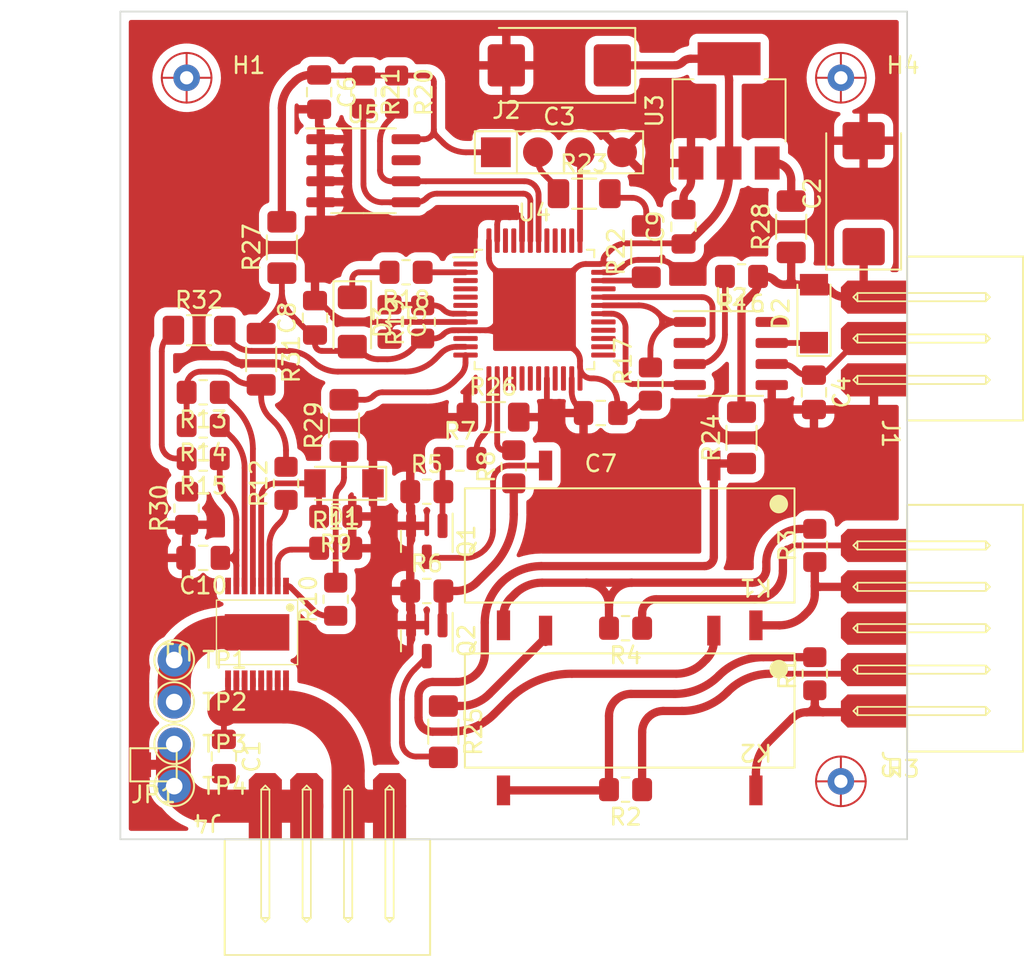
<source format=kicad_pcb>
(kicad_pcb (version 20211014) (generator pcbnew)
  (layers (0 "F.Cu" signal) (31 "B.Cu" signal) (34 "B.Paste" user) (35 "F.Paste" user) (36 "B.SilkS" user "B.Silkscreen") (37 "F.SilkS" user "F.Silkscreen") (38 "B.Mask" user) (39 "F.Mask" user) (44 "Edge.Cuts" user))
  (net 0 "")
  (net 1 "/Heater")
  (net 2 "GND")
  (net 3 "+12V")
  (net 4 "+3V3")
  (net 5 "/LIN1")
  (net 6 "/RESET")
  (net 7 "Net-(D1-Pad2)")
  (net 8 "Net-(D2-Pad1)")
  (net 9 "Net-(D3-Pad1)")
  (net 10 "/SWDIO")
  (net 11 "/SWDCLK")
  (net 12 "/BLI_2")
  (net 13 "/BLI_4")
  (net 15 "/GRA_5")
  (net 16 "/GRA_6")
  (net 17 "Net-(K1-Pad6)")
  (net 18 "Net-(K1-Pad8)")
  (net 19 "Net-(K2-Pad6)")
  (net 20 "Net-(K2-Pad8)")
  (net 21 "Net-(Q1-Pad1)")
  (net 22 "Net-(Q2-Pad1)")
  (net 23 "/Assist_MCU")
  (net 24 "/Cruise_MCU")
  (net 25 "Net-(R10-Pad1)")
  (net 26 "/Heater_MCU")
  (net 27 "Net-(R11-Pad1)")
  (net 28 "Net-(R12-Pad1)")
  (net 29 "Net-(R13-Pad1)")
  (net 30 "Net-(R14-Pad1)")
  (net 31 "Net-(C10-Pad1)")
  (net 32 "Net-(R16-Pad2)")
  (net 33 "/RX1")
  (net 34 "/LED")
  (net 35 "/SCL")
  (net 36 "/SDA")
  (net 38 "/SLP1")
  (net 39 "/TX1")
  (net 67 "Earth")
  (net 68 "/Heater_Power")
  (net 69 "Net-(Q2-Pad3)")
  (net 70 "/ADC")
  (footprint "Capacitor_SMD:C_0805_2012Metric_Pad1.18x1.45mm_HandSolder" (layer "F.Cu") (at 5 33 180)
    (fp_text reference "C10")
    (fp_text value "0.1u")
  )
  (footprint "my_modules:Hole 3 mm" (layer "F.Cu") (at 43.5 4)
    (fp_text reference "H4")
    (fp_text value "Hole")
  )
  (footprint "JST-XH-2.54:B4B-AM" (layer "F.Cu") (at 12.5 50 180)
    (fp_text reference "J4")
    (fp_text value "Conn_01x04")
  )
  (footprint "Diode_SMD:D_MiniMELF" (layer "F.Cu") (at 41.875 18.25 90)
    (fp_text reference "D2")
    (fp_text value "LL4148")
  )
  (footprint "Resistor_SMD:R_1206_3216Metric_Pad1.30x1.75mm_HandSolder" (layer "F.Cu") (at 31.75 14.5 90)
    (fp_text reference "R22")
    (fp_text value "0")
  )
  (footprint "Resistor_SMD:R_1206_3216Metric_Pad1.30x1.75mm_HandSolder" (layer "F.Cu") (at 4.75 19.25)
    (fp_text reference "R32")
    (fp_text value "0")
  )
  (footprint "Resistor_SMD:R_0805_2012Metric_Pad1.20x1.40mm_HandSolder" (layer "F.Cu") (at 18.25 18.75 90)
    (fp_text reference "R19")
    (fp_text value "10k")
  )
  (footprint "Resistor_SMD:R_0805_2012Metric_Pad1.20x1.40mm_HandSolder" (layer "F.Cu") (at 41.926 40 90)
    (fp_text reference "R1")
    (fp_text value "680")
  )
  (footprint "Resistor_SMD:R_1206_3216Metric_Pad1.30x1.75mm_HandSolder" (layer "F.Cu") (at 37.5 25.75 90)
    (fp_text reference "R24")
    (fp_text value "0")
  )
  (footprint "Package_TO_SOT_SMD:SOT-23" (layer "F.Cu") (at 18.5 38 -90)
    (fp_text reference "Q2")
    (fp_text value "BC847")
  )
  (footprint "Capacitor_SMD:C_0805_2012Metric_Pad1.18x1.45mm_HandSolder" (layer "F.Cu") (at 12 4.865 -90)
    (fp_text reference "C6")
    (fp_text value "100n")
  )
  (footprint "Resistor_SMD:R_1206_3216Metric_Pad1.30x1.75mm_HandSolder" (layer "F.Cu") (at 8.5 21 -90)
    (fp_text reference "R31")
    (fp_text value "0")
  )
  (footprint "my_modules:SMD_SWD_Connector" (layer "F.Cu") (at 22.67 8.5)
    (fp_text reference "J2")
    (fp_text value "Conn_01x04")
  )
  (footprint "Resistor_SMD:R_0805_2012Metric_Pad1.20x1.40mm_HandSolder" (layer "F.Cu") (at 13 35.5 90)
    (fp_text reference "R10")
    (fp_text value "15k")
  )
  (footprint "Resistor_SMD:R_1206_3216Metric_Pad1.30x1.75mm_HandSolder" (layer "F.Cu") (at 19.5 43.5 -90)
    (fp_text reference "R25")
    (fp_text value "0")
  )
  (footprint "Capacitor_SMD:C_0805_2012Metric_Pad1.18x1.45mm_HandSolder" (layer "F.Cu") (at 34 13 90)
    (fp_text reference "C9")
    (fp_text value "100n")
  )
  (footprint "Capacitor_SMD:C_0805_2012Metric_Pad1.18x1.45mm_HandSolder" (layer "F.Cu") (at 41.875 23 -90)
    (fp_text reference "C4")
    (fp_text value "1n")
  )
  (footprint "TestPoint:TestPoint_THTPad_D2.0mm_Drill1.0mm" (layer "F.Cu") (at 3.25 41.71)
    (fp_text reference "TP2")
    (fp_text value "Heat_PW")
  )
  (footprint "JST-XH-2.54:B5B-AM" (layer "F.Cu") (at 47.5 37.25 -90)
    (fp_text reference "J3")
    (fp_text value "J527 SW")
  )
  (footprint "LED_SMD:LED_1206_3216Metric_Pad1.42x1.75mm_HandSolder" (layer "F.Cu") (at 14 18.75 -90)
    (fp_text reference "D3")
    (fp_text value "LED")
  )
  (footprint "Resistor_SMD:R_0805_2012Metric_Pad1.20x1.40mm_HandSolder" (layer "F.Cu") (at 23.75 27.5 90)
    (fp_text reference "R8")
    (fp_text value "1k")
  )
  (footprint "Resistor_SMD:R_0805_2012Metric_Pad1.20x1.40mm_HandSolder" (layer "F.Cu") (at 32 22.5 90)
    (fp_text reference "R17")
    (fp_text value "10k")
  )
  (footprint "Resistor_SMD:R_1206_3216Metric_Pad1.30x1.75mm_HandSolder" (layer "F.Cu") (at 13.5 25 90)
    (fp_text reference "R29")
    (fp_text value "0")
  )
  (footprint "Resistor_SMD:R_0805_2012Metric_Pad1.20x1.40mm_HandSolder" (layer "F.Cu") (at 5 23 180)
    (fp_text reference "R13")
    (fp_text value "15k")
  )
  (footprint "Resistor_SMD:R_0805_2012Metric_Pad1.20x1.40mm_HandSolder" (layer "F.Cu") (at 30.5 37.25 180)
    (fp_text reference "R4")
    (fp_text value "390")
  )
  (footprint "Package_TO_SOT_SMD:SOT-23" (layer "F.Cu") (at 18.5 32 -90)
    (fp_text reference "Q1")
    (fp_text value "BC847")
  )
  (footprint "my_modules:EDR3H1A1200Z" (layer "F.Cu") (at 30.75 32.25 180)
    (fp_text reference "K1")
    (fp_text value "EDR3H1A1200Z")
  )
  (footprint "Resistor_SMD:R_0805_2012Metric_Pad1.20x1.40mm_HandSolder" (layer "F.Cu") (at 10 28.5 90)
    (fp_text reference "R12")
    (fp_text value "15k")
  )
  (footprint "my_modules:PowerSSO-16" (layer "F.Cu") (at 8.25 37.5 180)
    (fp_text reference "U1")
    (fp_text value "VN7010AJ")
  )
  (footprint "my_modules:Hole 3 mm" (layer "F.Cu") (at 4 4)
    (fp_text reference "H1")
    (fp_text value "Hole")
  )
  (footprint "Resistor_SMD:R_1206_3216Metric_Pad1.30x1.75mm_HandSolder" (layer "F.Cu") (at 28 11)
    (fp_text reference "R23")
    (fp_text value "0")
  )
  (footprint "Resistor_SMD:R_0805_2012Metric_Pad1.20x1.40mm_HandSolder" (layer "F.Cu") (at 14.675 4.865 -90)
    (fp_text reference "R21")
    (fp_text value "4k7")
  )
  (footprint "Resistor_SMD:R_0805_2012Metric_Pad1.20x1.40mm_HandSolder" (layer "F.Cu") (at 41.926 32.25 90)
    (fp_text reference "R3")
    (fp_text value "390")
  )
  (footprint "Resistor_SMD:R_0805_2012Metric_Pad1.20x1.40mm_HandSolder" (layer "F.Cu") (at 37.5 16 180)
    (fp_text reference "R16")
    (fp_text value "10k")
  )
  (footprint "Capacitor_Tantalum_SMD:CP_EIA-7343-31_Kemet-D_Pad2.25x2.55mm_HandSolder" (layer "F.Cu") (at 26.5 3.25 180)
    (fp_text reference "C3")
    (fp_text value "100u 10V")
  )
  (footprint "Capacitor_SMD:C_0805_2012Metric_Pad1.18x1.45mm_HandSolder" (layer "F.Cu") (at 6.25 45 -90)
    (fp_text reference "C1")
    (fp_text value "0.1u")
  )
  (footprint "Resistor_SMD:R_0805_2012Metric_Pad1.20x1.40mm_HandSolder" (layer "F.Cu") (at 20.5 27)
    (fp_text reference "R7")
    (fp_text value "1k")
  )
  (footprint "TestPoint:TestPoint_THTPad_D2.0mm_Drill1.0mm" (layer "F.Cu") (at 3.25 44.25)
    (fp_text reference "TP3")
    (fp_text value "GND")
  )
  (footprint "my_modules:Hole 3 mm" (layer "F.Cu") (at 43.5 46.5)
    (fp_text reference "H3")
    (fp_text value "Hole")
  )
  (footprint "Resistor_SMD:R_0805_2012Metric_Pad1.20x1.40mm_HandSolder" (layer "F.Cu") (at 4 30 90)
    (fp_text reference "R30")
    (fp_text value "100k")
  )
  (footprint "Resistor_SMD:R_0805_2012Metric_Pad1.20x1.40mm_HandSolder" (layer "F.Cu") (at 30.5 47 180)
    (fp_text reference "R2")
    (fp_text value "100")
  )
  (footprint "Resistor_SMD:R_0805_2012Metric_Pad1.20x1.40mm_HandSolder" (layer "F.Cu") (at 17.25 15.75 180)
    (fp_text reference "R18")
    (fp_text value "510")
  )
  (footprint "Package_QFP:LQFP-48_7x7mm_P0.5mm" (layer "F.Cu") (at 25 18)
    (fp_text reference "U4")
    (fp_text value "STM32F103C8Tx")
  )
  (footprint "TestPoint:TestPoint_THTPad_D2.0mm_Drill1.0mm" (layer "F.Cu") (at 3.25 46.79)
    (fp_text reference "TP4")
    (fp_text value "GND")
  )
  (footprint "Resistor_SMD:R_0805_2012Metric_Pad1.20x1.40mm_HandSolder" (layer "F.Cu") (at 18.5 29)
    (fp_text reference "R5")
    (fp_text value "10k")
  )
  (footprint "Capacitor_Tantalum_SMD:CP_EIA-7343-31_Kemet-D_Pad2.25x2.55mm_HandSolder" (layer "F.Cu") (at 44.875 11 90)
    (fp_text reference "C2")
    (fp_text value "10u 35V")
  )
  (footprint "Resistor_SMD:R_0805_2012Metric_Pad1.20x1.40mm_HandSolder" (layer "F.Cu") (at 16.675 4.865 -90)
    (fp_text reference "R20")
    (fp_text value "4k7")
  )
  (footprint "Package_SO:SO-8_3.9x4.9mm_P1.27mm" (layer "F.Cu") (at 14.675 9.615)
    (fp_text reference "U5")
    (fp_text value "FM24CL16")
  )
  (footprint "my_modules:EDR3H1A1200Z" (layer "F.Cu") (at 30.75 42.22 180)
    (fp_text reference "K2")
    (fp_text value "EDR3H1A1200Z")
  )
  (footprint "JST-XH-2.54:B3B-AM" (layer "F.Cu") (at 47.5 19.75 -90)
    (fp_text reference "J1")
    (fp_text value "LIN1")
  )
  (footprint "Resistor_SMD:R_1206_3216Metric_Pad1.30x1.75mm_HandSolder" (layer "F.Cu") (at 22.5 24.5)
    (fp_text reference "R26")
    (fp_text value "0")
  )
  (footprint "Jumper:SolderJumper-2_P1.3mm_Bridged_Pad1.0x1.5mm" (layer "F.Cu") (at 2 45.5 180)
    (fp_text reference "JP1")
    (fp_text value "SolderJumper_2_Bridged")
  )
  (footprint "Package_SO:SOIC-8_3.9x4.9mm_P1.27mm" (layer "F.Cu") (at 36.85 20.655)
    (fp_text reference "U2")
    (fp_text value "TJA1021T")
  )
  (footprint "Diode_SMD:D_MiniMELF" (layer "F.Cu") (at 13.5 28.5 180)
    (fp_text reference "D1")
    (fp_text value "LL4148")
  )
  (footprint "Resistor_SMD:R_1206_3216Metric_Pad1.30x1.75mm_HandSolder" (layer "F.Cu") (at 40.5 13 90)
    (fp_text reference "R28")
    (fp_text value "0")
  )
  (footprint "Resistor_SMD:R_0805_2012Metric_Pad1.20x1.40mm_HandSolder" (layer "F.Cu") (at 13 30.5 180)
    (fp_text reference "R9")
    (fp_text value "4k7")
  )
  (footprint "Resistor_SMD:R_0805_2012Metric_Pad1.20x1.40mm_HandSolder" (layer "F.Cu") (at 13 32.42)
    (fp_text reference "R11")
    (fp_text value "15k")
  )
  (footprint "Capacitor_SMD:C_0805_2012Metric_Pad1.18x1.45mm_HandSolder" (layer "F.Cu") (at 29 24.25 180)
    (fp_text reference "C7")
    (fp_text value "100n")
  )
  (footprint "Capacitor_SMD:C_0805_2012Metric_Pad1.18x1.45mm_HandSolder" (layer "F.Cu") (at 11.75 18.5 90)
    (fp_text reference "C8")
    (fp_text value "100n")
  )
  (footprint "TestPoint:TestPoint_THTPad_D2.0mm_Drill1.0mm" (layer "F.Cu") (at 3.25 39.17)
    (fp_text reference "TP1")
    (fp_text value "Heat_PW")
  )
  (footprint "Package_TO_SOT_SMD:SOT-223-3_TabPin2" (layer "F.Cu") (at 36.75 6 90)
    (fp_text reference "U3")
    (fp_text value "AMS1117-3.3")
  )
  (footprint "Capacitor_SMD:C_0805_2012Metric_Pad1.18x1.45mm_HandSolder" (layer "F.Cu") (at 16.25 18.75 -90)
    (fp_text reference "C5")
    (fp_text value "100n")
  )
  (footprint "Resistor_SMD:R_0805_2012Metric_Pad1.20x1.40mm_HandSolder" (layer "F.Cu") (at 18.5 35)
    (fp_text reference "R6")
    (fp_text value "10k")
  )
  (footprint "Resistor_SMD:R_0805_2012Metric_Pad1.20x1.40mm_HandSolder" (layer "F.Cu") (at 5 27 180)
    (fp_text reference "R15")
    (fp_text value "100k")
  )
  (footprint "Resistor_SMD:R_0805_2012Metric_Pad1.20x1.40mm_HandSolder" (layer "F.Cu") (at 5 25 180)
    (fp_text reference "R14")
    (fp_text value "15k")
  )
  (footprint "Resistor_SMD:R_1206_3216Metric_Pad1.30x1.75mm_HandSolder" (layer "F.Cu") (at 9.75 14.25 90)
    (fp_text reference "R27")
    (fp_text value "0")
  )
  (gr_line (start 47.5 50) (end 47.5 0) (layer "Edge.Cuts") (width 0.1))
  (gr_line (start 0 0) (end 47.5 0) (layer "Edge.Cuts") (width 0.1))
  (gr_line (start 0 50) (end 0 0) (layer "Edge.Cuts") (width 0.1))
  (gr_line (start 47.5 50) (end 0 50) (layer "Edge.Cuts") (width 0.1))
  (segment (start 9.5 40.3) (end 9.5 41.75) (width 0.35) (layer "F.Cu") (net 1))
  (segment (start 8 40.3) (end 8 41.75) (width 0.35) (layer "F.Cu") (net 1))
  (segment (start 7.5 40.3) (end 7.5 41.75) (width 0.35) (layer "F.Cu") (net 1))
  (segment (start 10 40.3) (end 10 41.75) (width 0.35) (layer "F.Cu") (net 1))
  (segment (start 9 40.3) (end 9 41.75) (width 0.35) (layer "F.Cu") (net 1))
  (segment (start 13.75 45.84099) (end 13.75 48) (width 2) (layer "F.Cu") (net 1))
  (segment (start 7 40.3) (end 7 41.75) (width 0.35) (layer "F.Cu") (net 1))
  (segment (start 6.5 41.573223) (end 6.5 40.3) (width 0.35) (layer "F.Cu") (net 1))
  (segment (start 8.5 40.3) (end 8.5 41.75) (width 0.35) (layer "F.Cu") (net 1))
  (segment (start 6.426776 42) (end 9.909009 42) (width 2) (layer "F.Cu") (net 1))
  (segment (start 15 48) (end 16.25 48) (width 2) (layer "F.Cu") (net 1))
  (segment (start 6.25 42.176776) (end 6.25 43.9625) (width 0.35) (layer "F.Cu") (net 1))
  (arc (start 6.426776 42) (mid 6.301776 42.051776) (end 6.25 42.176776) (width 2) (layer "F.Cu") (net 1))
  (arc (start 6.375 41.875) (mid 6.359126 41.954798) (end 6.426776 42) (width 0.35) (layer "F.Cu") (net 1))
  (arc (start 12.625 43.125) (mid 13.457622 44.371106) (end 13.75 45.84099) (width 2) (layer "F.Cu") (net 1))
  (arc (start 6.25 42.176776) (mid 6.282486 42.013456) (end 6.375 41.875) (width 0.35) (layer "F.Cu") (net 1))
  (arc (start 15 48) (mid 14.116116 47.633883) (end 13.75 46.75) (width 2) (layer "F.Cu") (net 1))
  (arc (start 6.5 41.573223) (mid 6.467513 41.736543) (end 6.375 41.875) (width 0.35) (layer "F.Cu") (net 1))
  (arc (start 12.625 43.125) (mid 11.378892 42.292377) (end 9.909009 42) (width 2) (layer "F.Cu") (net 1))
  (segment (start 32.469669 15) (end 31.28033 15) (width 0.35) (layer "F.Cu") (net 2))
  (segment (start 22.75 12.875) (end 22.75 13.8375) (width 0.35) (layer "F.Cu") (net 2))
  (segment (start 7.353553 21.25) (end 9.189339 21.25) (width 0.5) (layer "F.Cu") (net 2))
  (segment (start 12.625 18.125) (end 12 17.5) (width 0.35) (layer "F.Cu") (net 2))
  (segment (start 23.375 12.25) (end 23.823223 12.25) (width 0.35) (layer "F.Cu") (net 2))
  (segment (start 30.2961 15.453899) (end 30.375 15.375) (width 0.35) (layer "F.Cu") (net 2))
  (segment (start 27.25 22.969669) (end 27.25 22.1625) (width 0.35) (layer "F.Cu") (net 2))
  (segment (start 33.375 15.375) (end 33.75 15.75) (width 0.35) (layer "F.Cu") (net 2))
  (segment (start 16.76875 18.75) (end 20.8375 18.75) (width 0.35) (layer "F.Cu") (net 2))
  (segment (start 34 11.318198) (end 34 11.9625) (width 0.5) (layer "F.Cu") (net 2))
  (segment (start 27.625 23.875) (end 28 24.25) (width 0.35) (layer "F.Cu") (net 2))
  (segment (start 11.75 23.81066) (end 11.75 23.875) (width 0.5) (layer "F.Cu") (net 2))
  (segment (start 6.146446 20.75) (end 4.75 20.75) (width 0.5) (layer "F.Cu") (net 2))
  (segment (start 34.45 10.231801) (end 34.45 9.15) (width 0.5) (layer "F.Cu") (net 2))
  (segment (start 29.58125 15.75) (end 29.1625 15.75) (width 0.35) (layer "F.Cu") (net 2))
  (segment (start 14.396446 25) (end 12.875 25) (width 0.5) (layer "F.Cu") (net 2))
  (segment (start 15.73125 18.75) (end 14.133883 18.75) (width 0.35) (layer "F.Cu") (net 2))
  (segment (start 15.25 25.853553) (end 15.25 28.5) (width 0.5) (layer "F.Cu") (net 2))
  (segment (start 16.76875 18.75) (end 15.73125 18.75) (width 0.35) (layer "F.Cu") (net 2))
  (segment (start 24.25 12.676776) (end 24.25 13.8375) (width 0.35) (layer "F.Cu") (net 2))
  (segment (start 16.25 19.26875) (end 16.25 19.7875) (width 0.35) (layer "F.Cu") (net 2))
  (segment (start 25.75 22.1625) (end 25.75 24.5) (width 0.35) (layer "F.Cu") (net 2))
  (arc (start 27.625 23.875) (mid 27.347459 23.45963) (end 27.25 22.969669) (width 0.35) (layer "F.Cu") (net 2))
  (arc (start 12.625 18.125) (mid 13.317281 18.587567) (end 14.133883 18.75) (width 0.35) (layer "F.Cu") (net 2))
  (arc (start 34 11.318198) (mid 34.058475 11.024221) (end 34.225 10.775) (width 0.5) (layer "F.Cu") (net 2))
  (arc (start 14.396446 25) (mid 14.723087 25.064972) (end 15 25.25) (width 0.5) (layer "F.Cu") (net 2))
  (arc (start 11 22) (mid 10.169261 21.444918) (end 9.189339 21.25) (width 0.5) (layer "F.Cu") (net 2))
  (arc (start 30.375 15.375) (mid 30.790368 15.097459) (end 31.28033 15) (width 0.35) (layer "F.Cu") (net 2))
  (arc (start 16.76875 18.75) (mid 16.401938 18.901938) (end 16.25 19.26875) (width 0.35) (layer "F.Cu") (net 2))
  (arc (start 12.875 25) (mid 12.079504 24.670495) (end 11.75 23.875) (width 0.5) (layer "F.Cu") (net 2))
  (arc (start 15.73125 18.75) (mid 16.098061 18.901938) (end 16.25 19.26875) (width 0.35) (layer "F.Cu") (net 2))
  (arc (start 24.125 12.375) (mid 23.986543 12.282486) (end 23.823223 12.25) (width 0.35) (layer "F.Cu") (net 2))
  (arc (start 6.146446 20.75) (mid 6.473087 20.814972) (end 6.75 21) (width 0.5) (layer "F.Cu") (net 2))
  (arc (start 7.353553 21.25) (mid 7.026912 21.185027) (end 6.75 21) (width 0.5) (layer "F.Cu") (net 2))
  (arc (start 24.25 12.676776) (mid 24.217513 12.513456) (end 24.125 12.375) (width 0.35) (layer "F.Cu") (net 2))
  (arc (start 15.25 25.853553) (mid 15.185027 25.526912) (end 15 25.25) (width 0.5) (layer "F.Cu") (net 2))
  (arc (start 30.2961 15.453899) (mid 29.968124 15.673045) (end 29.58125 15.75) (width 0.35) (layer "F.Cu") (net 2))
  (arc (start 11 22) (mid 11.555081 22.830737) (end 11.75 23.81066) (width 0.5) (layer "F.Cu") (net 2))
  (arc (start 22.75 12.875) (mid 22.933058 12.433058) (end 23.375 12.25) (width 0.35) (layer "F.Cu") (net 2))
  (arc (start 34.225 10.775) (mid 34.391524 10.525778) (end 34.45 10.231801) (width 0.5) (layer "F.Cu") (net 2))
  (arc (start 32.469669 15) (mid 32.95963 15.097459) (end 33.375 15.375) (width 0.35) (layer "F.Cu") (net 2))
  (segment (start 37.999999 17.249999) (end 37.749999 17.499999) (width 0.5) (layer "F.Cu") (net 3))
  (segment (start 39.475735 9.15) (end 39.05 9.15) (width 0.5) (layer "F.Cu") (net 3))
  (segment (start 38.896446 16) (end 38.875 16) (width 0.5) (layer "F.Cu") (net 3))
  (segment (start 22.560659 42.439339) (end 23.406207 41.593792) (width 0.5) (layer "F.Cu") (net 3))
  (segment (start 35.164999 39.334999) (end 35.378865 39.121134) (width 0.5) (layer "F.Cu") (net 3))
  (segment (start 42.1875 16.5) (end 41.875 16.5) (width 0.5) (layer "F.Cu") (net 3))
  (segment (start 22 36.914213) (end 22 38.792893) (width 0.5) (layer "F.Cu") (net 3))
  (segment (start 40.5 16.125) (end 40.5 14.55) (width 0.5) (layer "F.Cu") (net 3))
  (segment (start 40.5 10.174264) (end 40.5 11.5) (width 0.5) (layer "F.Cu") (net 3))
  (segment (start 44.875 17.036611) (end 44.875 14.2) (width 0.5) (layer "F.Cu") (net 3))
  (segment (start 35.266654 33.5) (end 25.414213 33.5) (width 0.5) (layer "F.Cu") (net 3))
  (segment (start 37.5 17.926776) (end 37.5 24.2) (width 0.5) (layer "F.Cu") (net 3))
  (segment (start 38.234834 17.015165) (end 37.999999 17.249999) (width 0.5) (layer "F.Cu") (net 3))
  (segment (start 35.775 27.275) (end 35.75 27.25) (width 0.5) (layer "F.Cu") (net 3))
  (segment (start 20 43.5) (end 18.853553 43.5) (width 0.5) (layer "F.Cu") (net 3))
  (segment (start 35.83 32.936654) (end 35.83 27.424) (width 0.5) (layer "F.Cu") (net 3))
  (segment (start 35.835355 27.3) (end 37.5 27.3) (width 0.5) (layer "F.Cu") (net 3))
  (segment (start 18 41.353553) (end 18 42.646446) (width 0.5) (layer "F.Cu") (net 3))
  (segment (start 37.625 17.625) (end 37.749999 17.499999) (width 0.5) (layer "F.Cu") (net 3))
  (segment (start 44.661611 17.25) (end 43.78033 17.25) (width 0.5) (layer "F.Cu") (net 3))
  (segment (start 40.875 16.5) (end 41.75 16.5) (width 0.5) (layer "F.Cu") (net 3))
  (segment (start 27.253963 40) (end 33.559547 40) (width 0.5) (layer "F.Cu") (net 3))
  (segment (start 40.125 16.5) (end 40.103553 16.5) (width 0.5) (layer "F.Cu") (net 3))
  (segment (start 42.72097 16.72097) (end 42.875 16.875) (width 0.5) (layer "F.Cu") (net 3))
  (segment (start 40.125 16.5) (end 40.875 16.5) (width 0.5) (layer "F.Cu") (net 3))
  (segment (start 20.292893 40.5) (end 18.853553 40.5) (width 0.5) (layer "F.Cu") (net 3))
  (segment (start 35.83 38.032) (end 35.83 37.394) (width 0.5) (layer "F.Cu") (net 3))
  (arc (start 39.5 16.25) (mid 39.776912 16.435027) (end 40.103553 16.5) (width 0.5) (layer "F.Cu") (net 3))
  (arc (start 20.292893 40.5) (mid 20.946174 40.370054) (end 21.5 40) (width 0.5) (layer "F.Cu") (net 3))
  (arc (start 40.5 16.125) (mid 40.609834 16.390165) (end 40.875 16.5) (width 0.5) (layer "F.Cu") (net 3))
  (arc (start 22.560659 42.439339) (mid 21.385818 43.224343) (end 20 43.5) (width 0.5) (layer "F.Cu") (net 3))
  (arc (start 42.72097 16.72097) (mid 42.476212 16.557428) (end 42.1875 16.5) (width 0.5) (layer "F.Cu") (net 3))
  (arc (start 27.253963 40) (mid 25.171572 40.414213) (end 23.406207 41.593792) (width 0.5) (layer "F.Cu") (net 3))
  (arc (start 35.83 32.936654) (mid 35.787117 33.152237) (end 35.665 33.335) (width 0.5) (layer "F.Cu") (net 3))
  (arc (start 35.775 27.275) (mid 35.802691 27.293502) (end 35.835355 27.3) (width 0.5) (layer "F.Cu") (net 3))
  (arc (start 35.83 38.032) (mid 35.712753 38.621435) (end 35.378865 39.121134) (width 0.5) (layer "F.Cu") (net 3))
  (arc (start 38.875 16) (mid 38.609834 16.109834) (end 38.5 16.375) (width 0.5) (layer "F.Cu") (net 3))
  (arc (start 37.5 17.926776) (mid 37.532486 17.763456) (end 37.625 17.625) (width 0.5) (layer "F.Cu") (net 3))
  (arc (start 35.266654 33.5) (mid 35.482237 33.457117) (end 35.665 33.335) (width 0.5) (layer "F.Cu") (net 3))
  (arc (start 33.559547 40) (mid 34.428411 39.827171) (end 35.164999 39.334999) (width 0.5) (layer "F.Cu") (net 3))
  (arc (start 40.5 10.174264) (mid 40.422032 9.782295) (end 40.2 9.45) (width 0.5) (layer "F.Cu") (net 3))
  (arc (start 18.853553 40.5) (mid 18.526912 40.564972) (end 18.25 40.75) (width 0.5) (layer "F.Cu") (net 3))
  (arc (start 39.475735 9.15) (mid 39.867704 9.227967) (end 40.2 9.45) (width 0.5) (layer "F.Cu") (net 3))
  (arc (start 44.661611 17.25) (mid 44.743271 17.233756) (end 44.8125 17.1875) (width 0.5) (layer "F.Cu") (net 3))
  (arc (start 42.875 16.875) (mid 43.290368 17.15254) (end 43.78033 17.25) (width 0.5) (layer "F.Cu") (net 3))
  (arc (start 22 36.914213) (mid 22.259891 35.60765) (end 23 34.5) (width 0.5) (layer "F.Cu") (net 3))
  (arc (start 38.896446 16) (mid 39.223087 16.064972) (end 39.5 16.25) (width 0.5) (layer "F.Cu") (net 3))
  (arc (start 21.5 40) (mid 21.870054 39.446174) (end 22 38.792893) (width 0.5) (layer "F.Cu") (net 3))
  (arc (start 38.234834 17.015165) (mid 38.431085 16.721454) (end 38.5 16.375) (width 0.5) (layer "F.Cu") (net 3))
  (arc (start 18.25 43.25) (mid 18.064972 42.973087) (end 18 42.646446) (width 0.5) (layer "F.Cu") (net 3))
  (arc (start 18 41.353553) (mid 18.064972 41.026912) (end 18.25 40.75) (width 0.5) (layer "F.Cu") (net 3))
  (arc (start 44.8125 17.1875) (mid 44.858756 17.118271) (end 44.875 17.036611) (width 0.5) (layer "F.Cu") (net 3))
  (arc (start 25.414213 33.5) (mid 24.10765 33.759891) (end 23 34.5) (width 0.5) (layer "F.Cu") (net 3))
  (arc (start 40.5 16.125) (mid 40.390165 16.390165) (end 40.125 16.5) (width 0.5) (layer "F.Cu") (net 3))
  (arc (start 18.25 43.25) (mid 18.526912 43.435027) (end 18.853553 43.5) (width 0.5) (layer "F.Cu") (net 3))
  (segment (start 18.086611 3.865) (end 17.263388 3.865) (width 0.35) (layer "F.Cu") (net 4))
  (segment (start 12.176776 20.5) (end 14 20.5) (width 0.35) (layer "F.Cu") (net 4))
  (segment (start 29.581249 14.418749) (end 29.30834 14.691659) (width 0.35) (layer "F.Cu") (net 4))
  (segment (start 18.836611 4.026611) (end 18.8 3.99) (width 0.35) (layer "F.Cu") (net 4))
  (segment (start 9.124999 18.374999) (end 8.659099 18.8409) (width 0.35) (layer "F.Cu") (net 4))
  (segment (start 30 23.592201) (end 30 23.875) (width 0.35) (layer "F.Cu") (net 4))
  (segment (start 17.896446 20.103553) (end 17.624999 20.374999) (width 0.35) (layer "F.Cu") (net 4))
  (segment (start 8.5 23.275) (end 8.5 22.55) (width 0.35) (layer "F.Cu") (net 4))
  (segment (start 30.592201 14) (end 33.5 14) (width 0.35) (layer "F.Cu") (net 4))
  (segment (start 18.336048 7.71) (end 17.25 7.71) (width 0.35) (layer "F.Cu") (net 4))
  (segment (start 31.323223 23.676776) (end 31.015164 23.984834) (width 0.35) (layer "F.Cu") (net 4))
  (segment (start 13.2075 3.865) (end 12.8525 3.865) (width 0.35) (layer "F.Cu") (net 4))
  (segment (start 10.541546 4.208453) (end 10.336249 4.413749) (width 0.5) (layer "F.Cu") (net 4))
  (segment (start 9.75 16.866116) (end 9.75 15.8) (width 0.35) (layer "F.Cu") (net 4))
  (segment (start 21.712071 19.25) (end 21.050428 19.25) (width 0.35) (layer "F.Cu") (net 4))
  (segment (start 14.175 3.865) (end 13.885 3.865) (width 0.35) (layer "F.Cu") (net 4))
  (segment (start 22.25 14.896446) (end 22.25 13.8375) (width 0.35) (layer "F.Cu") (net 4))
  (segment (start 4 23) (end 4 22.635723) (width 0.35) (layer "F.Cu") (net 4))
  (segment (start 18.925 7.121048) (end 18.925 4.615) (width 0.35) (layer "F.Cu") (net 4))
  (segment (start 11.46125 3.8275) (end 12 3.8275) (width 0.5) (layer "F.Cu") (net 4))
  (segment (start 23.103553 15.75) (end 26.896446 15.75) (width 0.35) (layer "F.Cu") (net 4))
  (segment (start 24.457106 20.25) (end 26.896446 20.25) (width 0.35) (layer "F.Cu") (net 4))
  (segment (start 18.925 4.365) (end 18.925 4.615) (width 0.35) (layer "F.Cu") (net 4))
  (segment (start 12.8525 3.865) (end 12.675 3.865) (width 0.35) (layer "F.Cu") (net 4))
  (segment (start 14.61875 20.61875) (end 14.321468 20.321468) (width 0.35) (layer "F.Cu") (net 4))
  (segment (start 4 23) (end 4 23.75) (width 0.35) (layer "F.Cu") (net 4))
  (segment (start 11.75 20.073223) (end 11.75 19.5375) (width 0.35) (layer "F.Cu") (net 4))
  (segment (start 7.78033 22.5) (end 8.5 22.5) (width 0.35) (layer "F.Cu") (net 4))
  (segment (start 10 26.5) (end 10 27.5) (width 0.35) (layer "F.Cu") (net 4))
  (segment (start 14.175 3.865) (end 15.1425 3.865) (width 0.35) (layer "F.Cu") (net 4))
  (segment (start 36.75 9.732233) (end 36.75 4.15) (width 0.5) (layer "F.Cu") (net 4))
  (segment (start 15.4975 3.865) (end 15.1425 3.865) (width 0.35) (layer "F.Cu") (net 4))
  (segment (start 10.375 18.375) (end 11.5 19.5) (width 0.35) (layer "F.Cu") (net 4))
  (segment (start 34.432842 2.85) (end 35.45 2.85) (width 0.5) (layer "F.Cu") (net 4))
  (segment (start 18.086611 3.865) (end 18.498223 3.865) (width 0.35) (layer "F.Cu") (net 4))
  (segment (start 15.8525 3.865) (end 15.4975 3.865) (width 0.35) (layer "F.Cu") (net 4))
  (segment (start 20.198651 19.25) (end 20.103553 19.25) (width 0.35) (layer "F.Cu") (net 4))
  (segment (start 14.11875 20.2375) (end 14 20.2375) (width 0.35) (layer "F.Cu") (net 4))
  (segment (start 4 23.75) (end 4 25) (width 0.35) (layer "F.Cu") (net 4))
  (segment (start 13.595 3.865) (end 13.2075 3.865) (width 0.35) (layer "F.Cu") (net 4))
  (segment (start 22.042893 19.25) (end 21.712071 19.25) (width 0.35) (layer "F.Cu") (net 4))
  (segment (start 4.853553 21.75) (end 5.969669 21.75) (width 0.35) (layer "F.Cu") (net 4))
  (segment (start 13.885 3.865) (end 13.595 3.865) (width 0.35) (layer "F.Cu") (net 4))
  (segment (start 18.896446 19.75) (end 18.75 19.75) (width 0.35) (layer "F.Cu") (net 4))
  (segment (start 20.862566 8.5) (end 22.67 8.5) (width 0.35) (layer "F.Cu") (net 4))
  (segment (start 22.75 18.542893) (end 22.75 16.103553) (width 0.35) (layer "F.Cu") (net 4))
  (segment (start 20.388848 19.25) (end 21.050428 19.25) (width 0.35) (layer "F.Cu") (net 4))
  (segment (start 15.8525 3.865) (end 17.263388 3.865) (width 0.35) (layer "F.Cu") (net 4))
  (segment (start 35.5 12.75) (end 34.25 14) (width 0.5) (layer "F.Cu") (net 4))
  (segment (start 4 22.614276) (end 4 22.635723) (width 0.35) (layer "F.Cu") (net 4))
  (segment (start 18.925 4.24) (end 18.925 4.365) (width 0.35) (layer "F.Cu") (net 4))
  (segment (start 27.75 21.45625) (end 27.75 21.103553) (width 0.35) (layer "F.Cu") (net 4))
  (segment (start 28.45625 22.1625) (end 28.570298 22.1625) (width 0.35) (layer "F.Cu") (net 4))
  (segment (start 9.292893 24.792893) (end 9.012652 24.512652) (width 0.35) (layer "F.Cu") (net 4))
  (segment (start 28.95625 15.25) (end 28.103553 15.25) (width 0.35) (layer "F.Cu") (net 4))
  (segment (start 4 22.614276) (end 4 22.603553) (width 0.35) (layer "F.Cu") (net 4))
  (segment (start 15.539168 21) (end 16.116116 21) (width 0.35) (layer "F.Cu") (net 4))
  (segment (start 27.25 19.896446) (end 27.25 16.103553) (width 0.35) (layer "F.Cu") (net 4))
  (segment (start 9.75 5.829082) (end 9.75 12.7) (width 0.5) (layer "F.Cu") (net 4))
  (segment (start 33.467157 3.25) (end 29.5 3.25) (width 0.5) (layer "F.Cu") (net 4))
  (segment (start 8.5 19.225) (end 8.5 19.45) (width 0.35) (layer "F.Cu") (net 4))
  (segment (start 20.388848 19.25) (end 20.198651 19.25) (width 0.35) (layer "F.Cu") (net 4))
  (segment (start 19.4925 7.9325) (end 19.0975 7.5375) (width 0.35) (layer "F.Cu") (net 4))
  (segment (start 31.75 23.5) (end 32 23.5) (width 0.35) (layer "F.Cu") (net 4))
  (arc (start 19.5 19.5) (mid 19.776912 19.314972) (end 20.103553 19.25) (width 0.35) (layer "F.Cu") (net 4))
  (arc (start 15.539168 21) (mid 15.041041 20.900916) (end 14.61875 20.61875) (width 0.35) (layer "F.Cu") (net 4))
  (arc (start 35.5 12.75) (mid 36.425135 11.365436) (end 36.75 9.732233) (width 0.5) (layer "F.Cu") (net 4))
  (arc (start 23.103553 15.75) (mid 22.776912 15.685027) (end 22.5 15.5) (width 0.35) (layer "F.Cu") (net 4))
  (arc (start 23.25 19.75) (mid 22.696174 19.379945) (end 22.042893 19.25) (width 0.35) (layer "F.Cu") (net 4))
  (arc (start 27.75 21.45625) (mid 27.956855 21.955644) (end 28.45625 22.1625) (width 0.35) (layer "F.Cu") (net 4))
  (arc (start 9.75 5.829082) (mid 9.902361 5.063109) (end 10.336249 4.413749) (width 0.5) (layer "F.Cu") (net 4))
  (arc (start 30 23.875) (mid 30.109834 24.140165) (end 30.375 24.25) (width 0.35) (layer "F.Cu") (net 4))
  (arc (start 18.925 7.121048) (mid 18.880168 7.34643) (end 18.7525 7.5375) (width 0.35) (layer "F.Cu") (net 4))
  (arc (start 4.25 22) (mid 4.064972 22.276912) (end 4 22.603553) (width 0.35) (layer "F.Cu") (net 4))
  (arc (start 11.875 20.375) (mid 11.782486 20.236543) (end 11.75 20.073223) (width 0.35) (layer "F.Cu") (net 4))
  (arc (start 16.116116 21) (mid 16.932717 20.837567) (end 17.624999 20.374999) (width 0.35) (layer "F.Cu") (net 4))
  (arc (start 30.592201 14) (mid 30.045078 14.108829) (end 29.581249 14.418749) (width 0.35) (layer "F.Cu") (net 4))
  (arc (start 23.103553 15.75) (mid 22.853553 15.853553) (end 22.75 16.103553) (width 0.35) (layer "F.Cu") (net 4))
  (arc (start 19.4925 7.9325) (mid 20.121091 8.352511) (end 20.862566 8.5) (width 0.35) (layer "F.Cu") (net 4))
  (arc (start 18.7525 7.5375) (mid 18.925 7.466048) (end 19.0975 7.5375) (width 0.35) (layer "F.Cu") (net 4))
  (arc (start 22.75 18.542893) (mid 22.542893 19.042893) (end 22.042893 19.25) (width 0.35) (layer "F.Cu") (net 4))
  (arc (start 27.5 15.5) (mid 27.314972 15.776912) (end 27.25 16.103553) (width 0.35) (layer "F.Cu") (net 4))
  (arc (start 29.30834 14.691659) (mid 29.200402 14.853199) (end 29.1625 15.04375) (width 0.35) (layer "F.Cu") (net 4))
  (arc (start 10.375 18.375) (mid 9.912432 17.682718) (end 9.75 16.866116) (width 0.35) (layer "F.Cu") (net 4))
  (arc (start 28.95625 15.25) (mid 29.10209 15.18959) (end 29.1625 15.04375) (width 0.35) (layer "F.Cu") (net 4))
  (arc (start 27.5 15.5) (mid 27.223087 15.685027) (end 26.896446 15.75) (width 0.35) (layer "F.Cu") (net 4))
  (arc (start 19.5 19.5) (mid 19.223087 19.685027) (end 18.896446 19.75) (width 0.35) (layer "F.Cu") (net 4))
  (arc (start 33.95 3.05) (mid 34.171529 2.901978) (end 34.432842 2.85) (width 0.5) (layer "F.Cu") (net 4))
  (arc (start 36.75 4.15) (mid 36.369238 3.230761) (end 35.45 2.85) (width 0.5) (layer "F.Cu") (net 4))
  (arc (start 22.75 16.103553) (mid 22.685027 15.776912) (end 22.5 15.5) (width 0.35) (layer "F.Cu") (net 4))
  (arc (start 23.25 19.75) (mid 23.803825 20.120054) (end 24.457106 20.25) (width 0.35) (layer "F.Cu") (net 4))
  (arc (start 18.925 4.24) (mid 18.902028 4.124514) (end 18.836611 4.026611) (width 0.35) (layer "F.Cu") (net 4))
  (arc (start 17.896446 20.103553) (mid 18.28806 19.841885) (end 18.75 19.75) (width 0.35) (layer "F.Cu") (net 4))
  (arc (start 22.75 18.542893) (mid 22.879945 19.196174) (end 23.25 19.75) (width 0.35) (layer "F.Cu") (net 4))
  (arc (start 27.5 20.5) (mid 27.223087 20.314972) (end 26.896446 20.25) (width 0.35) (layer "F.Cu") (net 4))
  (arc (start 26.896446 15.75) (mid 27.146446 15.853553) (end 27.25 16.103553) (width 0.35) (layer "F.Cu") (net 4))
  (arc (start 30 23.592201) (mid 29.89117 23.045078) (end 29.58125 22.58125) (width 0.35) (layer "F.Cu") (net 4))
  (arc (start 7.78033 22.5) (mid 7.290368 22.40254) (end 6.875 22.125) (width 0.35) (layer "F.Cu") (net 4))
  (arc (start 33.95 3.05) (mid 33.728469 3.198021) (end 33.467157 3.25) (width 0.5) (layer "F.Cu") (net 4))
  (arc (start 9.292893 24.792893) (mid 9.816228 25.57612) (end 10 26.5) (width 0.35) (layer "F.Cu") (net 4))
  (arc (start 27.25 19.896446) (mid 27.314972 20.223087) (end 27.5 20.5) (width 0.35) (layer "F.Cu") (net 4))
  (arc (start 18.8 3.99) (mid 18.661543 3.897486) (end 18.498223 3.865) (width 0.35) (layer "F.Cu") (net 4))
  (arc (start 22.25 14.896446) (mid 22.314972 15.223087) (end 22.5 15.5) (width 0.35) (layer "F.Cu") (net 4))
  (arc (start 27.25 19.896446) (mid 27.146446 20.146446) (end 26.896446 20.25) (width 0.35) (layer "F.Cu") (net 4))
  (arc (start 8.659099 18.8409) (mid 8.541348 19.017126) (end 8.5 19.225) (width 0.35) (layer "F.Cu") (net 4))
  (arc (start 11.875 20.375) (mid 12.013456 20.467513) (end 12.176776 20.5) (width 0.35) (layer "F.Cu") (net 4))
  (arc (start 10.541546 4.208453) (mid 10.963509 3.926506) (end 11.46125 3.8275) (width 0.5) (layer "F.Cu") (net 4))
  (arc (start 8.5 23.275) (mid 8.633233 23.944812) (end 9.012652 24.512652) (width 0.35) (layer "F.Cu") (net 4))
  (arc (start 14.321468 20.321468) (mid 14.22846 20.259322) (end 14.11875 20.2375) (width 0.35) (layer "F.Cu") (net 4))
  (arc (start 31.323223 23.676776) (mid 31.51903 23.545942) (end 31.75 23.5) (width 0.35) (layer "F.Cu") (net 4))
  (arc (start 9.124999 18.374999) (mid 9.749999 18.116116) (end 10.375 18.375) (width 0.35) (layer "F.Cu") (net 4))
  (arc (start 9.124999 18.374999) (mid 9.587567 17.682717) (end 9.75 16.866116) (width 0.35) (layer "F.Cu") (net 4))
  (arc (start 4.25 22) (mid 4.526912 21.814972) (end 4.853553 21.75) (width 0.35) (layer "F.Cu") (net 4))
  (arc (start 31.015164 23.984834) (mid 30.721454 24.181085) (end 30.375 24.25) (width 0.35) (layer "F.Cu") (net 4))
  (arc (start 18.925 7.121048) (mid 18.969831 7.34643) (end 19.0975 7.5375) (width 0.35) (layer "F.Cu") (net 4))
  (arc (start 27.5 20.5) (mid 27.685027 20.776912) (end 27.75 21.103553) (width 0.35) (layer "F.Cu") (net 4))
  (arc (start 6.875 22.125) (mid 6.45963 21.847459) (end 5.969669 21.75) (width 0.35) (layer "F.Cu") (net 4))
  (arc (start 28.103553 15.25) (mid 27.776912 15.314972) (end 27.5 15.5) (width 0.35) (layer "F.Cu") (net 4))
  (arc (start 18.336048 7.71) (mid 18.56143 7.665168) (end 18.7525 7.5375) (width 0.35) (layer "F.Cu") (net 4))
  (arc (start 29.58125 22.58125) (mid 29.117421 22.271329) (end 28.570298 22.1625) (width 0.35) (layer "F.Cu") (net 4))
  (segment (start 42.602534 21.772465) (end 44.375 20) (width 0.35) (layer "F.Cu") (net 5))
  (segment (start 39.93947 21.29) (end 39.325 21.29) (width 0.35) (layer "F.Cu") (net 5))
  (segment (start 41.48125 21.9625) (end 41.54375 21.9625) (width 0.35) (layer "F.Cu") (net 5))
  (segment (start 40.809076 21.684076) (end 40.75125 21.62625) (width 0.35) (layer "F.Cu") (net 5))
  (segment (start 41.66875 21.9625) (end 41.54375 21.9625) (width 0.35) (layer "F.Cu") (net 5))
  (segment (start 42.14375 21.9625) (end 41.66875 21.9625) (width 0.35) (layer "F.Cu") (net 5))
  (arc (start 40.75125 21.62625) (mid 40.378802 21.377388) (end 39.93947 21.29) (width 0.35) (layer "F.Cu") (net 5))
  (arc (start 42.14375 21.9625) (mid 42.392042 21.913111) (end 42.602534 21.772465) (width 0.35) (layer "F.Cu") (net 5))
  (arc (start 40.809076 21.684076) (mid 41.117472 21.890139) (end 41.48125 21.9625) (width 0.35) (layer "F.Cu") (net 5))
  (segment (start 20.103553 18.25) (end 20.8375 18.25) (width 0.35) (layer "F.Cu") (net 6))
  (segment (start 18.185983 17.7125) (end 16.25 17.7125) (width 0.35) (layer "F.Cu") (net 6))
  (segment (start 18.896446 17.75) (end 18.276516 17.75) (width 0.35) (layer "F.Cu") (net 6))
  (arc (start 18.896446 17.75) (mid 19.223087 17.814972) (end 19.5 18) (width 0.35) (layer "F.Cu") (net 6))
  (arc (start 20.103553 18.25) (mid 19.776912 18.185027) (end 19.5 18) (width 0.35) (layer "F.Cu") (net 6))
  (arc (start 18.185983 17.7125) (mid 18.210481 17.717372) (end 18.23125 17.73125) (width 0.35) (layer "F.Cu") (net 6))
  (arc (start 18.276516 17.75) (mid 18.252018 17.745127) (end 18.23125 17.73125) (width 0.35) (layer "F.Cu") (net 6))
  (segment (start 8.5 29.353553) (end 8.5 34.7) (width 0.35) (layer "F.Cu") (net 7))
  (segment (start 12 29.5) (end 12 30.5) (width 0.35) (layer "F.Cu") (net 7))
  (segment (start 9.353553 28.5) (end 11 28.5) (width 0.35) (layer "F.Cu") (net 7))
  (arc (start 8.75 28.75) (mid 8.564972 29.026912) (end 8.5 29.353553) (width 0.35) (layer "F.Cu") (net 7))
  (arc (start 8.75 28.75) (mid 9.026912 28.564972) (end 9.353553 28.5) (width 0.35) (layer "F.Cu") (net 7))
  (arc (start 12 29.5) (mid 11.707106 28.792893) (end 11 28.5) (width 0.35) (layer "F.Cu") (net 7))
  (segment (start 41.840857 20.02) (end 39.325 20.02) (width 0.35) (layer "F.Cu") (net 8))
  (segment (start 41.865 20.01) (end 41.875 20) (width 0.35) (layer "F.Cu") (net 8))
  (arc (start 41.865 20.01) (mid 41.853923 20.017401) (end 41.840857 20.02) (width 0.35) (layer "F.Cu") (net 8))
  (segment (start 14 16.176776) (end 14 17.2625) (width 0.35) (layer "F.Cu") (net 9))
  (segment (start 14.426776 15.75) (end 16.25 15.75) (width 0.35) (layer "F.Cu") (net 9))
  (arc (start 14.125 15.875) (mid 14.263456 15.782486) (end 14.426776 15.75) (width 0.35) (layer "F.Cu") (net 9))
  (arc (start 14.125 15.875) (mid 14.032486 16.013456) (end 14 16.176776) (width 0.35) (layer "F.Cu") (net 9))
  (segment (start 29.1625 16.25) (end 32.25 16.25) (width 0.35) (layer "F.Cu") (net 10))
  (segment (start 30.896446 11.25) (end 29.3 11.25) (width 0.35) (layer "F.Cu") (net 10))
  (segment (start 25.549411 9.799411) (end 26.5 10.75) (width 0.35) (layer "F.Cu") (net 10))
  (segment (start 31.75 12.103553) (end 31.75 13) (width 0.35) (layer "F.Cu") (net 10))
  (segment (start 25.21 8.98) (end 25.21 8.5) (width 0.35) (layer "F.Cu") (net 10))
  (arc (start 30.896446 11.25) (mid 31.223087 11.314972) (end 31.5 11.5) (width 0.35) (layer "F.Cu") (net 10))
  (arc (start 31.75 12.103553) (mid 31.685027 11.776912) (end 31.5 11.5) (width 0.35) (layer "F.Cu") (net 10))
  (arc (start 25.21 8.98) (mid 25.29821 9.423462) (end 25.549411 9.799411) (width 0.35) (layer "F.Cu") (net 10))
  (segment (start 27.75 13.8375) (end 27.75 8.5) (width 0.35) (layer "F.Cu") (net 11))
  (segment (start 41.926 34.449549) (end 41.926 33.25) (width 0.5) (layer "F.Cu") (net 12))
  (segment (start 42.22645 34.75) (end 45.5 34.75) (width 0.5) (layer "F.Cu") (net 12))
  (segment (start 41.926 34.69845) (end 41.926 34.449549) (width 0.5) (layer "F.Cu") (net 12))
  (segment (start 39.788702 37.076) (end 38.37 37.076) (width 0.5) (layer "F.Cu") (net 12))
  (segment (start 41.484058 36.265941) (end 41.3 36.45) (width 0.5) (layer "F.Cu") (net 12))
  (segment (start 41.926 34.69845) (end 41.926 35.199) (width 0.5) (layer "F.Cu") (net 12))
  (arc (start 39.788702 37.076) (mid 40.60661 36.913307) (end 41.3 36.45) (width 0.5) (layer "F.Cu") (net 12))
  (arc (start 42.014 34.662) (mid 41.94887 34.564526) (end 41.926 34.449549) (width 0.5) (layer "F.Cu") (net 12))
  (arc (start 42.014 34.662) (mid 42.111473 34.727129) (end 42.22645 34.75) (width 0.5) (layer "F.Cu") (net 12))
  (arc (start 41.926 35.199) (mid 41.811143 35.776424) (end 41.484058 36.265941) (width 0.5) (layer "F.Cu") (net 12))
  (arc (start 41.926 34.69845) (mid 41.957822 34.650825) (end 42.014 34.662) (width 0.5) (layer "F.Cu") (net 12))
  (segment (start 40 33.103553) (end 40 33.792893) (width 0.5) (layer "F.Cu") (net 13))
  (segment (start 38.292893 35.5) (end 32.353553 35.5) (width 0.5) (layer "F.Cu") (net 13))
  (segment (start 40.853553 32.25) (end 43.5 32.25) (width 0.35) (layer "F.Cu") (net 13))
  (segment (start 31.5 36.353553) (end 31.5 37.25) (width 0.5) (layer "F.Cu") (net 13))
  (arc (start 31.5 36.353553) (mid 31.564972 36.026912) (end 31.75 35.75) (width 0.5) (layer "F.Cu") (net 13))
  (arc (start 40.25 32.5) (mid 40.526912 32.314972) (end 40.853553 32.25) (width 0.35) (layer "F.Cu") (net 13))
  (arc (start 38.292893 35.5) (mid 38.946174 35.370054) (end 39.5 35) (width 0.5) (layer "F.Cu") (net 13))
  (arc (start 40 33.103553) (mid 40.064972 32.776912) (end 40.25 32.5) (width 0.5) (layer "F.Cu") (net 13))
  (arc (start 31.75 35.75) (mid 32.026912 35.564972) (end 32.353553 35.5) (width 0.5) (layer "F.Cu") (net 13))
  (arc (start 40 33.792893) (mid 39.870054 34.446174) (end 39.5 35) (width 0.5) (layer "F.Cu") (net 13))
  (segment (start 38.37 45.963) (end 38.37 47.046) (width 0.5) (layer "F.Cu") (net 15))
  (segment (start 45.463 42.287) (end 45.5 42.25) (width 0.5) (layer "F.Cu") (net 15))
  (segment (start 41.926 41.824) (end 41.926 41) (width 0.5) (layer "F.Cu") (net 15))
  (segment (start 45.373674 42.324) (end 42.426 42.324) (width 0.5) (layer "F.Cu") (net 15))
  (segment (start 41.426 42.324) (end 42.426 42.324) (width 0.5) (layer "F.Cu") (net 15))
  (segment (start 40.572446 42.677553) (end 39.135796 44.114203) (width 0.5) (layer "F.Cu") (net 15))
  (arc (start 45.373674 42.324) (mid 45.422016 42.314384) (end 45.463 42.287) (width 0.5) (layer "F.Cu") (net 15))
  (arc (start 40.572446 42.677553) (mid 40.96406 42.415885) (end 41.426 42.324) (width 0.5) (layer "F.Cu") (net 15))
  (arc (start 38.37 45.963) (mid 38.569023 44.962438) (end 39.135796 44.114203) (width 0.5) (layer "F.Cu") (net 15))
  (arc (start 41.926 41.824) (mid 42.072446 42.177553) (end 42.426 42.324) (width 0.5) (layer "F.Cu") (net 15))
  (arc (start 41.926 41.824) (mid 41.779553 42.177553) (end 41.426 42.324) (width 0.5) (layer "F.Cu") (net 15))
  (segment (start 40.75 40) (end 39.25 40) (width 0.35) (layer "F.Cu") (net 16))
  (segment (start 31.5 43.53033) (end 31.5 47) (width 0.5) (layer "F.Cu") (net 16))
  (segment (start 36.625 41.125) (end 36.689339 41.06066) (width 0.5) (layer "F.Cu") (net 16))
  (segment (start 43.75 40) (end 40.75 40) (width 0.35) (layer "F.Cu") (net 16))
  (segment (start 43.75 40) (end 45.5 40) (width 0.35) (layer "F.Cu") (net 16))
  (segment (start 33.909009 42.25) (end 32.78033 42.25) (width 0.5) (layer "F.Cu") (net 16))
  (arc (start 36.625 41.125) (mid 35.378892 41.957622) (end 33.909009 42.25) (width 0.5) (layer "F.Cu") (net 16))
  (arc (start 36.689339 41.06066) (mid 37.86418 40.275656) (end 39.25 40) (width 0.5) (layer "F.Cu") (net 16))
  (arc (start 31.875 42.625) (mid 32.290368 42.347459) (end 32.78033 42.25) (width 0.5) (layer "F.Cu") (net 16))
  (arc (start 31.5 43.53033) (mid 31.597459 43.040368) (end 31.875 42.625) (width 0.5) (layer "F.Cu") (net 16))
  (segment (start 20.792893 33) (end 18.5 33) (width 0.35) (layer "F.Cu") (net 17))
  (segment (start 23.483293 27.424) (end 25.67 27.424) (width 0.35) (layer "F.Cu") (net 17))
  (segment (start 22.5 31.292893) (end 22.5 28.407293) (width 0.35) (layer "F.Cu") (net 17))
  (arc (start 22.5 31.292893) (mid 22.370054 31.946174) (end 22 32.5) (width 0.35) (layer "F.Cu") (net 17))
  (arc (start 22.788 27.712) (mid 22.574848 28.031003) (end 22.5 28.407293) (width 0.35) (layer "F.Cu") (net 17))
  (arc (start 20.792893 33) (mid 21.446174 32.870054) (end 22 32.5) (width 0.35) (layer "F.Cu") (net 17))
  (arc (start 22.788 27.712) (mid 23.107003 27.498848) (end 23.483293 27.424) (width 0.35) (layer "F.Cu") (net 17))
  (segment (start 23.13 36.473) (end 23.13 37.076) (width 0.5) (layer "F.Cu") (net 18))
  (segment (start 39 33.25) (end 39 33.646446) (width 0.5) (layer "F.Cu") (net 18))
  (segment (start 29.5 35.875) (end 29.5 37.25) (width 0.5) (layer "F.Cu") (net 18))
  (segment (start 41.088 31.25) (end 41.926 31.25) (width 0.5) (layer "F.Cu") (net 18))
  (segment (start 30.875 34.5) (end 28.125 34.5) (width 0.5) (layer "F.Cu") (net 18))
  (segment (start 39.530329 31.969669) (end 39.657444 31.842555) (width 0.5) (layer "F.Cu") (net 18))
  (segment (start 23.556385 35.443614) (end 23.815 35.185) (width 0.5) (layer "F.Cu") (net 18))
  (segment (start 25.468736 34.5) (end 28.125 34.5) (width 0.5) (layer "F.Cu") (net 18))
  (segment (start 38.146446 34.5) (end 30.875 34.5) (width 0.5) (layer "F.Cu") (net 18))
  (arc (start 29.5 35.875) (mid 29.902728 34.902728) (end 30.875 34.5) (width 0.5) (layer "F.Cu") (net 18))
  (arc (start 29.5 35.875) (mid 29.097271 34.902728) (end 28.125 34.5) (width 0.5) (layer "F.Cu") (net 18))
  (arc (start 41.088 31.25) (mid 40.313788 31.404) (end 39.657444 31.842555) (width 0.5) (layer "F.Cu") (net 18))
  (arc (start 23.13 36.473) (mid 23.240813 35.9159) (end 23.556385 35.443614) (width 0.5) (layer "F.Cu") (net 18))
  (arc (start 38.75 34.25) (mid 38.935027 33.973087) (end 39 33.646446) (width 0.5) (layer "F.Cu") (net 18))
  (arc (start 39.530329 31.969669) (mid 39.137828 32.55709) (end 39 33.25) (width 0.5) (layer "F.Cu") (net 18))
  (arc (start 25.468736 34.5) (mid 24.57374 34.678025) (end 23.815 35.185) (width 0.5) (layer "F.Cu") (net 18))
  (arc (start 38.146446 34.5) (mid 38.473087 34.435027) (end 38.75 34.25) (width 0.5) (layer "F.Cu") (net 18))
  (segment (start 20.525 41.95) (end 19.5 41.95) (width 0.5) (layer "F.Cu") (net 19))
  (segment (start 25.67 38.08) (end 25.67 37.394) (width 0.5) (layer "F.Cu") (net 19))
  (segment (start 22.274784 41.225215) (end 25.5 38) (width 0.5) (layer "F.Cu") (net 19))
  (arc (start 20.525 41.95) (mid 21.471976 41.761634) (end 22.274784 41.225215) (width 0.5) (layer "F.Cu") (net 19))
  (segment (start 29.421473 47.046) (end 23.13 47.046) (width 0.5) (layer "F.Cu") (net 20))
  (segment (start 29.5 42.551543) (end 29.5 46.967473) (width 0.5) (layer "F.Cu") (net 20))
  (segment (start 30.831543 41.22) (end 33.460222 41.22) (width 0.5) (layer "F.Cu") (net 20))
  (segment (start 38.819777 39) (end 41.926 39) (width 0.5) (layer "F.Cu") (net 20))
  (arc (start 38.819777 39) (mid 37.369492 39.288479) (end 36.14 40.11) (width 0.5) (layer "F.Cu") (net 20))
  (arc (start 29.477 47.023) (mid 29.494022 46.997524) (end 29.5 46.967473) (width 0.5) (layer "F.Cu") (net 20))
  (arc (start 33.460222 41.22) (mid 34.910507 40.93152) (end 36.14 40.11) (width 0.5) (layer "F.Cu") (net 20))
  (arc (start 29.89 41.61) (mid 29.601357 42.041983) (end 29.5 42.551543) (width 0.5) (layer "F.Cu") (net 20))
  (arc (start 30.831543 41.22) (mid 30.321983 41.321357) (end 29.89 41.61) (width 0.5) (layer "F.Cu") (net 20))
  (arc (start 29.421473 47.046) (mid 29.451524 47.040022) (end 29.477 47.023) (width 0.5) (layer "F.Cu") (net 20))
  (segment (start 19.475 27.025) (end 19.5 27) (width 0.35) (layer "F.Cu") (net 21))
  (segment (start 19.45 27.085355) (end 19.45 31.0625) (width 0.35) (layer "F.Cu") (net 21))
  (arc (start 19.475 27.025) (mid 19.456497 27.052691) (end 19.45 27.085355) (width 0.35) (layer "F.Cu") (net 21))
  (segment (start 20.25 35) (end 19.5 35) (width 0.5) (layer "F.Cu") (net 22))
  (segment (start 19.45 37.0625) (end 19.45 35.05) (width 0.5) (layer "F.Cu") (net 22))
  (segment (start 21.530329 34.469669) (end 22.424174 33.575825) (width 0.5) (layer "F.Cu") (net 22))
  (segment (start 23.75 30.375) (end 23.75 28.5) (width 0.5) (layer "F.Cu") (net 22))
  (arc (start 21.530329 34.469669) (mid 20.942909 34.862171) (end 20.25 35) (width 0.5) (layer "F.Cu") (net 22))
  (arc (start 22.424174 33.575825) (mid 23.405429 32.107274) (end 23.75 30.375) (width 0.5) (layer "F.Cu") (net 22))
  (segment (start 22.25 24.719669) (end 22.25 22.1625) (width 0.35) (layer "F.Cu") (net 23))
  (segment (start 21.875 25.625) (end 21.853553 25.646446) (width 0.35) (layer "F.Cu") (net 23))
  (segment (start 21.5 26.5) (end 21.5 27) (width 0.35) (layer "F.Cu") (net 23))
  (arc (start 21.875 25.625) (mid 22.15254 25.20963) (end 22.25 24.719669) (width 0.35) (layer "F.Cu") (net 23))
  (arc (start 21.5 26.5) (mid 21.591885 26.03806) (end 21.853553 25.646446) (width 0.35) (layer "F.Cu") (net 23))
  (segment (start 22.75 26.073223) (end 22.75 22.1625) (width 0.35) (layer "F.Cu") (net 24))
  (segment (start 23.176776 26.5) (end 23.75 26.5) (width 0.35) (layer "F.Cu") (net 24))
  (arc (start 22.875 26.375) (mid 22.782486 26.236543) (end 22.75 26.073223) (width 0.35) (layer "F.Cu") (net 24))
  (arc (start 22.875 26.375) (mid 23.013456 26.467513) (end 23.176776 26.5) (width 0.35) (layer "F.Cu") (net 24))
  (segment (start 11.646446 36.146446) (end 10.27071 34.77071) (width 0.35) (layer "F.Cu") (net 25))
  (segment (start 10.1 34.7) (end 10 34.7) (width 0.35) (layer "F.Cu") (net 25))
  (segment (start 12.5 36.5) (end 13 36.5) (width 0.35) (layer "F.Cu") (net 25))
  (arc (start 10.1 34.7) (mid 10.192387 34.718376) (end 10.27071 34.77071) (width 0.35) (layer "F.Cu") (net 25))
  (arc (start 11.646446 36.146446) (mid 12.03806 36.408114) (end 12.5 36.5) (width 0.35) (layer "F.Cu") (net 25))
  (segment (start 13 29.353553) (end 13 34.5) (width 0.35) (layer "F.Cu") (net 26))
  (segment (start 20.8375 21.20625) (end 20.8375 20.75) (width 0.35) (layer "F.Cu") (net 26))
  (segment (start 13.5 28.146446) (end 13.5 26.5) (width 0.35) (layer "F.Cu") (net 26))
  (segment (start 18.554244 23) (end 15.818198 23) (width 0.35) (layer "F.Cu") (net 26))
  (segment (start 20.16875 22.33125) (end 20.514882 21.985117) (width 0.35) (layer "F.Cu") (net 26))
  (segment (start 14.731801 23.45) (end 13.5 23.45) (width 0.35) (layer "F.Cu") (net 26))
  (arc (start 13.25 28.75) (mid 13.435027 28.473087) (end 13.5 28.146446) (width 0.35) (layer "F.Cu") (net 26))
  (arc (start 20.8375 21.20625) (mid 20.753654 21.627769) (end 20.514882 21.985117) (width 0.35) (layer "F.Cu") (net 26))
  (arc (start 15.275 23.225) (mid 15.025778 23.391524) (end 14.731801 23.45) (width 0.35) (layer "F.Cu") (net 26))
  (arc (start 18.554244 23) (mid 19.428008 22.826197) (end 20.16875 22.33125) (width 0.35) (layer "F.Cu") (net 26))
  (arc (start 13.25 28.75) (mid 13.064972 29.026912) (end 13 29.353553) (width 0.35) (layer "F.Cu") (net 26))
  (arc (start 15.275 23.225) (mid 15.524221 23.058475) (end 15.818198 23) (width 0.35) (layer "F.Cu") (net 26))
  (segment (start 9.5 33.353553) (end 9.5 34.7) (width 0.35) (layer "F.Cu") (net 27))
  (segment (start 10.353553 32.5) (end 12 32.5) (width 0.35) (layer "F.Cu") (net 27))
  (arc (start 9.75 32.75) (mid 9.564972 33.026912) (end 9.5 33.353553) (width 0.35) (layer "F.Cu") (net 27))
  (arc (start 9.75 32.75) (mid 10.026912 32.564972) (end 10.353553 32.5) (width 0.35) (layer "F.Cu") (net 27))
  (segment (start 9 32.207106) (end 9 34.7) (width 0.35) (layer "F.Cu") (net 28))
  (segment (start 10 30) (end 10 29.5) (width 0.35) (layer "F.Cu") (net 28))
  (segment (start 9.5 31) (end 9.646446 30.853553) (width 0.35) (layer "F.Cu") (net 28))
  (arc (start 9.5 31) (mid 9.129945 31.553825) (end 9 32.207106) (width 0.35) (layer "F.Cu") (net 28))
  (arc (start 10 30) (mid 9.908114 30.461939) (end 9.646446 30.853553) (width 0.35) (layer "F.Cu") (net 28))
  (segment (start 8 26.414213) (end 8 34.7) (width 0.35) (layer "F.Cu") (net 29))
  (segment (start 7 24) (end 6 23) (width 0.35) (layer "F.Cu") (net 29))
  (arc (start 8 26.414213) (mid 7.740108 25.10765) (end 7 24) (width 0.35) (layer "F.Cu") (net 29))
  (segment (start 7.5 27.56066) (end 7.5 34.7) (width 0.35) (layer "F.Cu") (net 30))
  (segment (start 6.75 25.75) (end 6 25) (width 0.35) (layer "F.Cu") (net 30))
  (arc (start 7.5 27.56066) (mid 7.305081 26.580737) (end 6.75 25.75) (width 0.35) (layer "F.Cu") (net 30))
  (segment (start 7 32.51875) (end 7 30.707106) (width 0.35) (layer "F.Cu") (net 31))
  (segment (start 6 28.292893) (end 6 27) (width 0.35) (layer "F.Cu") (net 31))
  (segment (start 7 33.48125) (end 7 34.7) (width 0.35) (layer "F.Cu") (net 31))
  (segment (start 7 32.51875) (end 7 33.48125) (width 0.35) (layer "F.Cu") (net 31))
  (segment (start 6.51875 33) (end 6.0375 33) (width 0.35) (layer "F.Cu") (net 31))
  (arc (start 6.5 29.5) (mid 6.870054 30.053825) (end 7 30.707106) (width 0.35) (layer "F.Cu") (net 31))
  (arc (start 6.51875 33) (mid 6.859045 33.140954) (end 7 33.48125) (width 0.35) (layer "F.Cu") (net 31))
  (arc (start 6.5 29.5) (mid 6.129945 28.946174) (end 6 28.292893) (width 0.35) (layer "F.Cu") (net 31))
  (arc (start 6.51875 33) (mid 6.859045 32.859045) (end 7 32.51875) (width 0.35) (layer "F.Cu") (net 31))
  (segment (start 34.9175 21.29) (end 34.375 21.29) (width 0.35) (layer "F.Cu") (net 32))
  (segment (start 35.98 20.77) (end 35.843605 20.906394) (width 0.35) (layer "F.Cu") (net 32))
  (segment (start 36.5 19.514608) (end 36.5 16) (width 0.35) (layer "F.Cu") (net 32))
  (arc (start 36.5 19.514608) (mid 36.364856 20.194021) (end 35.98 20.77) (width 0.35) (layer "F.Cu") (net 32))
  (arc (start 34.9175 21.29) (mid 35.418704 21.190304) (end 35.843605 20.906394) (width 0.35) (layer "F.Cu") (net 32))
  (segment (start 33.707106 18.75) (end 34.5 18.75) (width 0.35) (layer "F.Cu") (net 33))
  (segment (start 32 20.457106) (end 32 21.5) (width 0.35) (layer "F.Cu") (net 33))
  (segment (start 31.292893 17.75) (end 29.1625 17.75) (width 0.35) (layer "F.Cu") (net 33))
  (arc (start 33.707106 18.75) (mid 33.053825 18.620054) (end 32.5 18.25) (width 0.35) (layer "F.Cu") (net 33))
  (arc (start 32.5 19.25) (mid 32.129945 19.803825) (end 32 20.457106) (width 0.35) (layer "F.Cu") (net 33))
  (arc (start 33.707106 18.75) (mid 33.053825 18.879945) (end 32.5 19.25) (width 0.35) (layer "F.Cu") (net 33))
  (arc (start 32.5 18.25) (mid 32.707106 18.75) (end 32.5 19.25) (width 0.35) (layer "F.Cu") (net 33))
  (arc (start 32.5 18.25) (mid 31.946174 17.879945) (end 31.292893 17.75) (width 0.35) (layer "F.Cu") (net 33))
  (segment (start 18.25 15.75) (end 20.8375 15.75) (width 0.35) (layer "F.Cu") (net 34))
  (segment (start 17.25 10.25) (end 16.816382 10.25) (width 0.35) (layer "F.Cu") (net 35))
  (segment (start 16.332236 10.25) (end 16.493618 10.25) (width 0.35) (layer "F.Cu") (net 35))
  (segment (start 25.25 11.103553) (end 25.25 13.8375) (width 0.35) (layer "F.Cu") (net 35))
  (segment (start 24.396446 10.25) (end 18.44 10.25) (width 0.35) (layer "F.Cu") (net 35))
  (segment (start 16.175 6.615) (end 16.675 6.115) (width 0.35) (layer "F.Cu") (net 35))
  (segment (start 18.44 10.25) (end 17.25 10.25) (width 0.35) (layer "F.Cu") (net 35))
  (segment (start 16.816382 10.25) (end 16.493618 10.25) (width 0.35) (layer "F.Cu") (net 35))
  (segment (start 15.675 9.592763) (end 15.675 7.822106) (width 0.35) (layer "F.Cu") (net 35))
  (arc (start 24.396446 10.25) (mid 24.723087 10.314972) (end 25 10.5) (width 0.35) (layer "F.Cu") (net 35))
  (arc (start 15.675 9.592763) (mid 15.725029 9.844277) (end 15.8675 10.0575) (width 0.35) (layer "F.Cu") (net 35))
  (arc (start 16.332236 10.25) (mid 16.080722 10.19997) (end 15.8675 10.0575) (width 0.35) (layer "F.Cu") (net 35))
  (arc (start 25.25 11.103553) (mid 25.185027 10.776912) (end 25 10.5) (width 0.35) (layer "F.Cu") (net 35))
  (arc (start 15.675 7.822106) (mid 15.804945 7.168825) (end 16.175 6.615) (width 0.35) (layer "F.Cu") (net 35))
  (segment (start 24.75 11.426776) (end 24.75 13.8375) (width 0.35) (layer "F.Cu") (net 36))
  (segment (start 14.675 10.401845) (end 14.675 5.865) (width 0.35) (layer "F.Cu") (net 36))
  (segment (start 17.678848 11.52) (end 17.243423 11.52) (width 0.35) (layer "F.Cu") (net 36))
  (segment (start 17.243423 11.52) (end 16.276577 11.52) (width 0.35) (layer "F.Cu") (net 36))
  (segment (start 15.793154 11.52) (end 16.276577 11.52) (width 0.35) (layer "F.Cu") (net 36))
  (segment (start 17.801152 11.52) (end 17.678848 11.52) (width 0.35) (layer "F.Cu") (net 36))
  (segment (start 19.117695 11) (end 24.323223 11) (width 0.35) (layer "F.Cu") (net 36))
  (segment (start 17.862304 11.52) (end 17.801152 11.52) (width 0.35) (layer "F.Cu") (net 36))
  (arc (start 18.49 11.26) (mid 18.20201 11.452428) (end 17.862304 11.52) (width 0.35) (layer "F.Cu") (net 36))
  (arc (start 15.0025 11.1925) (mid 15.365255 11.434885) (end 15.793154 11.52) (width 0.35) (layer "F.Cu") (net 36))
  (arc (start 24.323223 11) (mid 24.486543 11.032486) (end 24.625 11.125) (width 0.35) (layer "F.Cu") (net 36))
  (arc (start 18.49 11.26) (mid 18.777989 11.067571) (end 19.117695 11) (width 0.35) (layer "F.Cu") (net 36))
  (arc (start 15.0025 11.1925) (mid 14.760114 10.829744) (end 14.675 10.401845) (width 0.35) (layer "F.Cu") (net 36))
  (arc (start 24.75 11.426776) (mid 24.717513 11.263456) (end 24.625 11.125) (width 0.35) (layer "F.Cu") (net 36))
  (segment (start 35.75 19.559081) (end 35.75 17.890165) (width 0.35) (layer "F.Cu") (net 38))
  (segment (start 35.109834 17.25) (end 29.1625 17.25) (width 0.35) (layer "F.Cu") (net 38))
  (segment (start 35.289081 20.02) (end 34.375 20.02) (width 0.35) (layer "F.Cu") (net 38))
  (arc (start 35.109834 17.25) (mid 35.354815 17.298729) (end 35.5625 17.4375) (width 0.35) (layer "F.Cu") (net 38))
  (arc (start 35.75 17.890165) (mid 35.70127 17.645184) (end 35.5625 17.4375) (width 0.35) (layer "F.Cu") (net 38))
  (arc (start 35.289081 20.02) (mid 35.465467 19.984914) (end 35.615 19.885) (width 0.35) (layer "F.Cu") (net 38))
  (arc (start 35.75 19.559081) (mid 35.714914 19.735467) (end 35.615 19.885) (width 0.35) (layer "F.Cu") (net 38))
  (segment (start 29.646446 18.25) (end 29.1625 18.25) (width 0.35) (layer "F.Cu") (net 39))
  (segment (start 30.5 19.103553) (end 30.5 22.073223) (width 0.35) (layer "F.Cu") (net 39))
  (segment (start 30.926776 22.5) (end 34.25 22.5) (width 0.35) (layer "F.Cu") (net 39))
  (arc (start 30.5 19.103553) (mid 30.435027 18.776912) (end 30.25 18.5) (width 0.35) (layer "F.Cu") (net 39))
  (arc (start 30.926776 22.5) (mid 30.763456 22.467513) (end 30.625 22.375) (width 0.35) (layer "F.Cu") (net 39))
  (arc (start 30.5 22.073223) (mid 30.532486 22.236543) (end 30.625 22.375) (width 0.35) (layer "F.Cu") (net 39))
  (arc (start 30.25 18.5) (mid 29.973087 18.314972) (end 29.646446 18.25) (width 0.35) (layer "F.Cu") (net 39))
  (segment (start 6.25 46.585691) (end 6.25 46.0375) (width 0.5) (layer "F.Cu") (net 67))
  (segment (start 5.86237 47.521512) (end 5.383883 48) (width 0.5) (layer "F.Cu") (net 67))
  (segment (start 5.383883 48) (end 11.25 48) (width 2) (layer "F.Cu") (net 67))
  (segment (start 3.25 45.866116) (end 3.25 44.25) (width 2) (layer "F.Cu") (net 67))
  (arc (start 5.383883 48) (mid 4.567281 47.837567) (end 3.875 47.375) (width 2) (layer "F.Cu") (net 67))
  (arc (start 6.25 46.585691) (mid 6.149258 47.092154) (end 5.86237 47.521512) (width 0.5) (layer "F.Cu") (net 67))
  (arc (start 3.25 45.866116) (mid 3.412432 46.682718) (end 3.875 47.375) (width 2) (layer "F.Cu") (net 67))
  (segment (start 4.119741 38.380258) (end 4.125 38.375) (width 2) (layer "F.Cu") (net 68))
  (segment (start 6.237436 37.5) (end 8.25 37.5) (width 2) (layer "F.Cu") (net 68))
  (segment (start 3.25 40.48) (end 3.25 41.71) (width 2) (layer "F.Cu") (net 68))
  (arc (start 4.125 38.375) (mid 5.094194 37.727405) (end 6.237436 37.5) (width 2) (layer "F.Cu") (net 68))
  (arc (start 4.119741 38.380258) (mid 3.476038 39.343628) (end 3.25 40.48) (width 2) (layer "F.Cu") (net 68))
  (segment (start 17.75 39.75) (end 18.5 39) (width 0.35) (layer "F.Cu") (net 69))
  (segment (start 17.853553 45) (end 19.5 45) (width 0.35) (layer "F.Cu") (net 69))
  (segment (start 17 41.56066) (end 17 44.146446) (width 0.35) (layer "F.Cu") (net 69))
  (arc (start 17.25 44.75) (mid 17.526912 44.935027) (end 17.853553 45) (width 0.35) (layer "F.Cu") (net 69))
  (arc (start 17.75 39.75) (mid 17.194918 40.580737) (end 17 41.56066) (width 0.35) (layer "F.Cu") (net 69))
  (arc (start 17.25 44.75) (mid 17.064972 44.473087) (end 17 44.146446) (width 0.35) (layer "F.Cu") (net 69))
  (segment (start 3.5 27) (end 3.353553 27) (width 0.35) (layer "F.Cu") (net 70))
  (segment (start 4 27.5) (end 4 29) (width 0.35) (layer "F.Cu") (net 70))
  (segment (start 18.999999 20.999999) (end 19.36551 20.634489) (width 0.35) (layer "F.Cu") (net 70))
  (segment (start 7.921751 20.5) (end 10.116116 20.5) (width 0.35) (layer "F.Cu") (net 70))
  (segment (start 20.29375 20.25) (end 20.8375 20.25) (width 0.35) (layer "F.Cu") (net 70))
  (segment (start 17.189339 21.75) (end 13.133883 21.75) (width 0.35) (layer "F.Cu") (net 70))
  (segment (start 6.3 19.4) (end 6.3 19.25) (width 0.35) (layer "F.Cu") (net 70))
  (segment (start 2.875 19.625) (end 3.25 19.25) (width 0.35) (layer "F.Cu") (net 70))
  (segment (start 2.5 20.53033) (end 2.5 26.146446) (width 0.35) (layer "F.Cu") (net 70))
  (segment (start 6.775 20.025) (end 6.406066 19.656066) (width 0.35) (layer "F.Cu") (net 70))
  (arc (start 3.353553 27) (mid 3.026912 26.935027) (end 2.75 26.75) (width 0.35) (layer "F.Cu") (net 70))
  (arc (start 7.921751 20.5) (mid 7.301133 20.376551) (end 6.775 20.025) (width 0.35) (layer "F.Cu") (net 70))
  (arc (start 2.875 19.625) (mid 2.597459 20.040368) (end 2.5 20.53033) (width 0.35) (layer "F.Cu") (net 70))
  (arc (start 3.5 27) (mid 3.853553 27.146446) (end 4 27.5) (width 0.35) (layer "F.Cu") (net 70))
  (arc (start 20.29375 20.25) (mid 19.79139 20.349925) (end 19.36551 20.634489) (width 0.35) (layer "F.Cu") (net 70))
  (arc (start 2.5 26.146446) (mid 2.564972 26.473087) (end 2.75 26.75) (width 0.35) (layer "F.Cu") (net 70))
  (arc (start 13.133883 21.75) (mid 12.317281 21.587567) (end 11.625 21.125) (width 0.35) (layer "F.Cu") (net 70))
  (arc (start 6.406066 19.656066) (mid 6.327565 19.538581) (end 6.3 19.4) (width 0.35) (layer "F.Cu") (net 70))
  (arc (start 10.116116 20.5) (mid 10.932718 20.662432) (end 11.625 21.125) (width 0.35) (layer "F.Cu") (net 70))
  (arc (start 18.999999 20.999999) (mid 18.169261 21.555081) (end 17.189339 21.75) (width 0.35) (layer "F.Cu") (net 70))
  (zone (net 4) (net_name "+3V3") (layer "F.Cu") (connect_pads (clearance 0.508)) (min_thickness 0.254) (fill yes (thermal_gap 0.508) (thermal_bridge_width 0.508))
    (polygon (pts (xy 27.5 20.5) (xy 22.5 20.5) (xy 22.5 15.5) (xy 27.5 15.5)))
  )
  (zone (net 2) (net_name "GND") (layer "F.Cu") (connect_pads (clearance 0.508)) (min_thickness 0.254) (fill yes (thermal_gap 0.508) (thermal_bridge_width 0.508))
    (polygon (pts (xy 47.5 50) (xy 0 50) (xy 0 0) (xy 47.5 0)))
  )
)
</source>
